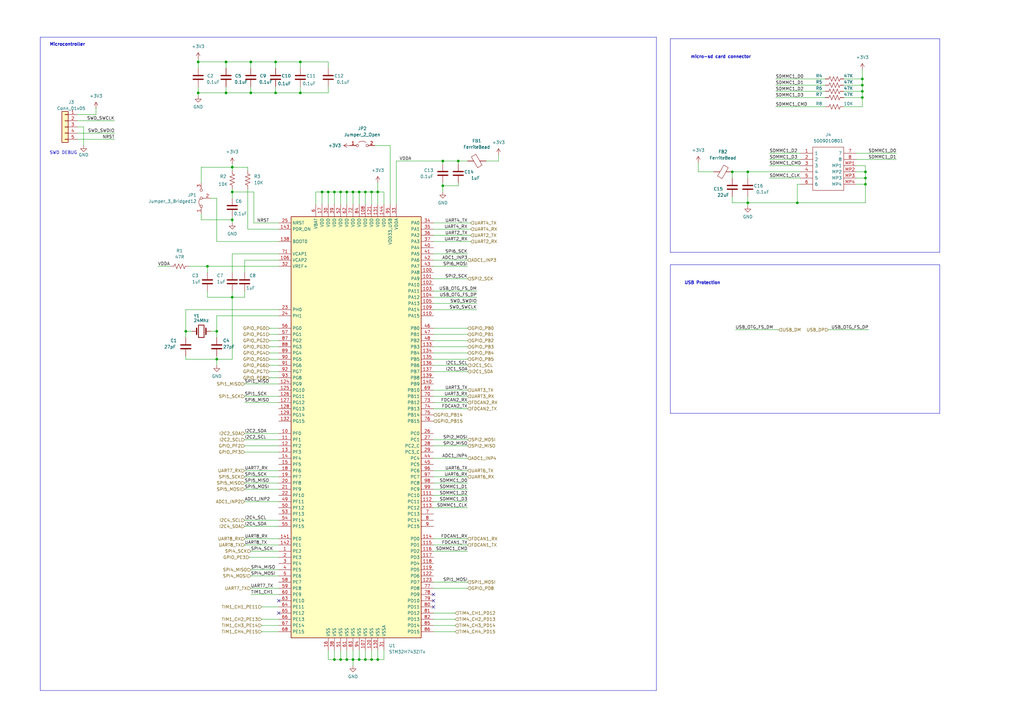
<source format=kicad_sch>
(kicad_sch (version 20230121) (generator eeschema)
  (paper "A3")
  (lib_symbols
    (symbol "Connector_Generic:Conn_01x05" (pin_names (offset 1.016) hide)
      (property "Reference" "J" (at 0 7.62 0))
      (property "Value" "Conn_01x05" (at 0 -7.62 0))
      (symbol "Conn_01x05_1_1"
        (pin passive line (at -5.08 5.08 0) (length 3.81) (name "Pin_1") (number "1"))
        (pin passive line (at -5.08 2.54 0) (length 3.81) (name "Pin_2") (number "2"))
        (pin passive line (at -5.08 0 0) (length 3.81) (name "Pin_3") (number "3"))
        (pin passive line (at -5.08 -2.54 0) (length 3.81) (name "Pin_4") (number "4"))
        (pin passive line (at -5.08 -5.08 0) (length 3.81) (name "Pin_5") (number "5"))
      )
    )
    (symbol "Device:C" (pin_numbers hide) (pin_names (offset 0.254))
      (property "Reference" "C" (at 0.635 2.54 0))
      (property "Value" "C" (at 0.635 -2.54 0))
      (symbol "C_1_1"
        (pin passive line (at 0 3.81 270) (length 2.794) (name "~") (number "1"))
        (pin passive line (at 0 -3.81 90) (length 2.794) (name "~") (number "2"))
      )
    )
    (symbol "Device:Crystal" (pin_numbers hide) (pin_names (offset 1.016) hide)
      (property "Reference" "Y" (at 0 3.81 0))
      (property "Value" "Crystal" (at 0 -3.81 0))
      (symbol "Crystal_1_1"
        (pin passive line (at -3.81 0 0) (length 1.27) (name "1") (number "1"))
        (pin passive line (at 3.81 0 180) (length 1.27) (name "2") (number "2"))
      )
    )
    (symbol "Device:FerriteBead" (pin_numbers hide) (pin_names (offset 0))
      (property "Reference" "FB" (at -3.81 0.635 90))
      (property "Value" "FerriteBead" (at 3.81 0 90))
      (symbol "FerriteBead_1_1"
        (pin passive line (at 0 3.81 270) (length 2.54) (name "~") (number "1"))
        (pin passive line (at 0 -3.81 90) (length 2.54) (name "~") (number "2"))
      )
    )
    (symbol "Device:R_US" (pin_numbers hide) (pin_names (offset 0))
      (property "Reference" "R" (at 2.54 0 90))
      (property "Value" "R_US" (at -2.54 0 90))
      (symbol "R_US_1_1"
        (pin passive line (at 0 3.81 270) (length 1.27) (name "~") (number "1"))
        (pin passive line (at 0 -3.81 90) (length 1.27) (name "~") (number "2"))
      )
    )
    (symbol "Jumper:Jumper_2_Open" (pin_names (offset 0) hide)
      (property "Reference" "JP" (at 0 2.794 0))
      (property "Value" "Jumper_2_Open" (at 0 -2.286 0))
      (symbol "Jumper_2_Open_1_1"
        (pin passive line (at -5.08 0 0) (length 2.54) (name "A") (number "1"))
        (pin passive line (at 5.08 0 180) (length 2.54) (name "B") (number "2"))
      )
    )
    (symbol "Jumper:Jumper_3_Bridged12" (pin_names (offset 0) hide)
      (property "Reference" "JP" (at -2.54 -2.54 0))
      (property "Value" "Jumper_3_Bridged12" (at 0 2.794 0))
      (symbol "Jumper_3_Bridged12_1_1"
        (pin passive line (at -6.35 0 0) (length 2.54) (name "A") (number "1"))
        (pin passive line (at 0 -3.81 90) (length 2.54) (name "C") (number "2"))
        (pin passive line (at 6.35 0 180) (length 2.54) (name "B") (number "3"))
      )
    )
    (symbol "MCU_ST_STM32H7:STM32H743ZITx"
      (property "Reference" "U" (at -27.94 87.63 0))
      (property "Value" "STM32H743ZITx" (at 17.78 87.63 0))
      (symbol "STM32H743ZITx_1_1"
        (pin bidirectional line (at -33.02 -50.8 0) (length 5.08) (name "PE2") (number "1"))
        (pin bidirectional line (at -33.02 -2.54 0) (length 5.08) (name "PF0") (number "10"))
        (pin bidirectional line (at 30.48 63.5 180) (length 5.08) (name "PA8") (number "100"))
        (pin bidirectional line (at 30.48 60.96 180) (length 5.08) (name "PA9") (number "101"))
        (pin bidirectional line (at 30.48 58.42 180) (length 5.08) (name "PA10") (number "102"))
        (pin bidirectional line (at 30.48 55.88 180) (length 5.08) (name "PA11") (number "103"))
        (pin bidirectional line (at 30.48 53.34 180) (length 5.08) (name "PA12") (number "104"))
        (pin bidirectional line (at 30.48 50.8 180) (length 5.08) (name "PA13") (number "105"))
        (pin power_in line (at -33.02 68.58 0) (length 5.08) (name "VCAP2") (number "106"))
        (pin power_in line (at 2.54 -91.44 90) (length 5.08) (name "VSS") (number "107"))
        (pin power_in line (at 2.54 91.44 270) (length 5.08) (name "VDD") (number "108"))
        (pin bidirectional line (at 30.48 48.26 180) (length 5.08) (name "PA14") (number "109"))
        (pin bidirectional line (at -33.02 -5.08 0) (length 5.08) (name "PF1") (number "11"))
        (pin bidirectional line (at 30.48 45.72 180) (length 5.08) (name "PA15") (number "110"))
        (pin bidirectional line (at 30.48 -27.94 180) (length 5.08) (name "PC10") (number "111"))
        (pin bidirectional line (at 30.48 -30.48 180) (length 5.08) (name "PC11") (number "112"))
        (pin bidirectional line (at 30.48 -33.02 180) (length 5.08) (name "PC12") (number "113"))
        (pin bidirectional line (at 30.48 -45.72 180) (length 5.08) (name "PD0") (number "114"))
        (pin bidirectional line (at 30.48 -48.26 180) (length 5.08) (name "PD1") (number "115"))
        (pin bidirectional line (at 30.48 -50.8 180) (length 5.08) (name "PD2") (number "116"))
        (pin bidirectional line (at 30.48 -53.34 180) (length 5.08) (name "PD3") (number "117"))
        (pin bidirectional line (at 30.48 -55.88 180) (length 5.08) (name "PD4") (number "118"))
        (pin bidirectional line (at 30.48 -58.42 180) (length 5.08) (name "PD5") (number "119"))
        (pin bidirectional line (at -33.02 -7.62 0) (length 5.08) (name "PF2") (number "12"))
        (pin power_in line (at 5.08 -91.44 90) (length 5.08) (name "VSS") (number "120"))
        (pin power_in line (at 5.08 91.44 270) (length 5.08) (name "VDD") (number "121"))
        (pin bidirectional line (at 30.48 -60.96 180) (length 5.08) (name "PD6") (number "122"))
        (pin bidirectional line (at 30.48 -63.5 180) (length 5.08) (name "PD7") (number "123"))
        (pin bidirectional line (at -33.02 17.78 0) (length 5.08) (name "PG9") (number "124"))
        (pin bidirectional line (at -33.02 15.24 0) (length 5.08) (name "PG10") (number "125"))
        (pin bidirectional line (at -33.02 12.7 0) (length 5.08) (name "PG11") (number "126"))
        (pin bidirectional line (at -33.02 10.16 0) (length 5.08) (name "PG12") (number "127"))
        (pin bidirectional line (at -33.02 7.62 0) (length 5.08) (name "PG13") (number "128"))
        (pin bidirectional line (at -33.02 5.08 0) (length 5.08) (name "PG14") (number "129"))
        (pin bidirectional line (at -33.02 -10.16 0) (length 5.08) (name "PF3") (number "13"))
        (pin power_in line (at 7.62 -91.44 90) (length 5.08) (name "VSS") (number "130"))
        (pin power_in line (at 7.62 91.44 270) (length 5.08) (name "VDD") (number "131"))
        (pin bidirectional line (at -33.02 2.54 0) (length 5.08) (name "PG15") (number "132"))
        (pin bidirectional line (at 30.48 33.02 180) (length 5.08) (name "PB3") (number "133"))
        (pin bidirectional line (at 30.48 30.48 180) (length 5.08) (name "PB4") (number "134"))
        (pin bidirectional line (at 30.48 27.94 180) (length 5.08) (name "PB5") (number "135"))
        (pin bidirectional line (at 30.48 25.4 180) (length 5.08) (name "PB6") (number "136"))
        (pin bidirectional line (at 30.48 22.86 180) (length 5.08) (name "PB7") (number "137"))
        (pin input line (at -33.02 76.2 0) (length 5.08) (name "BOOT0") (number "138"))
        (pin bidirectional line (at 30.48 20.32 180) (length 5.08) (name "PB8") (number "139"))
        (pin bidirectional line (at -33.02 -12.7 0) (length 5.08) (name "PF4") (number "14"))
        (pin bidirectional line (at 30.48 17.78 180) (length 5.08) (name "PB9") (number "140"))
        (pin bidirectional line (at -33.02 -45.72 0) (length 5.08) (name "PE0") (number "141"))
        (pin bidirectional line (at -33.02 -48.26 0) (length 5.08) (name "PE1") (number "142"))
        (pin input line (at -33.02 81.28 0) (length 5.08) (name "PDR_ON") (number "143"))
        (pin power_in line (at 10.16 91.44 270) (length 5.08) (name "VDD") (number "144"))
        (pin bidirectional line (at -33.02 -15.24 0) (length 5.08) (name "PF5") (number "15"))
        (pin power_in line (at -12.7 -91.44 90) (length 5.08) (name "VSS") (number "16"))
        (pin power_in line (at -15.24 91.44 270) (length 5.08) (name "VDD") (number "17"))
        (pin bidirectional line (at -33.02 -17.78 0) (length 5.08) (name "PF6") (number "18"))
        (pin bidirectional line (at -33.02 -20.32 0) (length 5.08) (name "PF7") (number "19"))
        (pin bidirectional line (at -33.02 -53.34 0) (length 5.08) (name "PE3") (number "2"))
        (pin bidirectional line (at -33.02 -22.86 0) (length 5.08) (name "PF8") (number "20"))
        (pin bidirectional line (at -33.02 -25.4 0) (length 5.08) (name "PF9") (number "21"))
        (pin bidirectional line (at -33.02 -27.94 0) (length 5.08) (name "PF10") (number "22"))
        (pin input line (at -33.02 48.26 0) (length 5.08) (name "PH0") (number "23"))
        (pin input line (at -33.02 45.72 0) (length 5.08) (name "PH1") (number "24"))
        (pin input line (at -33.02 83.82 0) (length 5.08) (name "NRST") (number "25"))
        (pin bidirectional line (at 30.48 -2.54 180) (length 5.08) (name "PC0") (number "26"))
        (pin bidirectional line (at 30.48 -5.08 180) (length 5.08) (name "PC1") (number "27"))
        (pin bidirectional line (at 30.48 -7.62 180) (length 5.08) (name "PC2_C") (number "28"))
        (pin bidirectional line (at 30.48 -10.16 180) (length 5.08) (name "PC3_C") (number "29"))
        (pin bidirectional line (at -33.02 -55.88 0) (length 5.08) (name "PE4") (number "3"))
        (pin power_in line (at -12.7 91.44 270) (length 5.08) (name "VDD") (number "30"))
        (pin power_in line (at 10.16 -91.44 90) (length 5.08) (name "VSSA") (number "31"))
        (pin bidirectional line (at -33.02 66.04 0) (length 5.08) (name "VREF+") (number "32"))
        (pin power_in line (at 15.24 91.44 270) (length 5.08) (name "VDDA") (number "33"))
        (pin bidirectional line (at 30.48 83.82 180) (length 5.08) (name "PA0") (number "34"))
        (pin bidirectional line (at 30.48 81.28 180) (length 5.08) (name "PA1") (number "35"))
        (pin bidirectional line (at 30.48 78.74 180) (length 5.08) (name "PA2") (number "36"))
        (pin bidirectional line (at 30.48 76.2 180) (length 5.08) (name "PA3") (number "37"))
        (pin power_in line (at -10.16 -91.44 90) (length 5.08) (name "VSS") (number "38"))
        (pin power_in line (at -10.16 91.44 270) (length 5.08) (name "VDD") (number "39"))
        (pin bidirectional line (at -33.02 -58.42 0) (length 5.08) (name "PE5") (number "4"))
        (pin bidirectional line (at 30.48 73.66 180) (length 5.08) (name "PA4") (number "40"))
        (pin bidirectional line (at 30.48 71.12 180) (length 5.08) (name "PA5") (number "41"))
        (pin bidirectional line (at 30.48 68.58 180) (length 5.08) (name "PA6") (number "42"))
        (pin bidirectional line (at 30.48 66.04 180) (length 5.08) (name "PA7") (number "43"))
        (pin bidirectional line (at 30.48 -12.7 180) (length 5.08) (name "PC4") (number "44"))
        (pin bidirectional line (at 30.48 -15.24 180) (length 5.08) (name "PC5") (number "45"))
        (pin bidirectional line (at 30.48 40.64 180) (length 5.08) (name "PB0") (number "46"))
        (pin bidirectional line (at 30.48 38.1 180) (length 5.08) (name "PB1") (number "47"))
        (pin bidirectional line (at 30.48 35.56 180) (length 5.08) (name "PB2") (number "48"))
        (pin bidirectional line (at -33.02 -30.48 0) (length 5.08) (name "PF11") (number "49"))
        (pin bidirectional line (at -33.02 -60.96 0) (length 5.08) (name "PE6") (number "5"))
        (pin bidirectional line (at -33.02 -33.02 0) (length 5.08) (name "PF12") (number "50"))
        (pin power_in line (at -7.62 -91.44 90) (length 5.08) (name "VSS") (number "51"))
        (pin power_in line (at -7.62 91.44 270) (length 5.08) (name "VDD") (number "52"))
        (pin bidirectional line (at -33.02 -35.56 0) (length 5.08) (name "PF13") (number "53"))
        (pin bidirectional line (at -33.02 -38.1 0) (length 5.08) (name "PF14") (number "54"))
        (pin bidirectional line (at -33.02 -40.64 0) (length 5.08) (name "PF15") (number "55"))
        (pin bidirectional line (at -33.02 40.64 0) (length 5.08) (name "PG0") (number "56"))
        (pin bidirectional line (at -33.02 38.1 0) (length 5.08) (name "PG1") (number "57"))
        (pin bidirectional line (at -33.02 -63.5 0) (length 5.08) (name "PE7") (number "58"))
        (pin bidirectional line (at -33.02 -66.04 0) (length 5.08) (name "PE8") (number "59"))
        (pin power_in line (at -17.78 91.44 270) (length 5.08) (name "VBAT") (number "6"))
        (pin bidirectional line (at -33.02 -68.58 0) (length 5.08) (name "PE9") (number "60"))
        (pin power_in line (at -5.08 -91.44 90) (length 5.08) (name "VSS") (number "61"))
        (pin power_in line (at -5.08 91.44 270) (length 5.08) (name "VDD") (number "62"))
        (pin bidirectional line (at -33.02 -71.12 0) (length 5.08) (name "PE10") (number "63"))
        (pin bidirectional line (at -33.02 -73.66 0) (length 5.08) (name "PE11") (number "64"))
        (pin bidirectional line (at -33.02 -76.2 0) (length 5.08) (name "PE12") (number "65"))
        (pin bidirectional line (at -33.02 -78.74 0) (length 5.08) (name "PE13") (number "66"))
        (pin bidirectional line (at -33.02 -81.28 0) (length 5.08) (name "PE14") (number "67"))
        (pin bidirectional line (at -33.02 -83.82 0) (length 5.08) (name "PE15") (number "68"))
        (pin bidirectional line (at 30.48 15.24 180) (length 5.08) (name "PB10") (number "69"))
        (pin bidirectional line (at 30.48 -35.56 180) (length 5.08) (name "PC13") (number "7"))
        (pin bidirectional line (at 30.48 12.7 180) (length 5.08) (name "PB11") (number "70"))
        (pin power_in line (at -33.02 71.12 0) (length 5.08) (name "VCAP1") (number "71"))
        (pin power_in line (at -2.54 91.44 270) (length 5.08) (name "VDD") (number "72"))
        (pin bidirectional line (at 30.48 10.16 180) (length 5.08) (name "PB12") (number "73"))
        (pin bidirectional line (at 30.48 7.62 180) (length 5.08) (name "PB13") (number "74"))
        (pin bidirectional line (at 30.48 5.08 180) (length 5.08) (name "PB14") (number "75"))
        (pin bidirectional line (at 30.48 2.54 180) (length 5.08) (name "PB15") (number "76"))
        (pin bidirectional line (at 30.48 -66.04 180) (length 5.08) (name "PD8") (number "77"))
        (pin bidirectional line (at 30.48 -68.58 180) (length 5.08) (name "PD9") (number "78"))
        (pin bidirectional line (at 30.48 -71.12 180) (length 5.08) (name "PD10") (number "79"))
        (pin bidirectional line (at 30.48 -38.1 180) (length 5.08) (name "PC14") (number "8"))
        (pin bidirectional line (at 30.48 -73.66 180) (length 5.08) (name "PD11") (number "80"))
        (pin bidirectional line (at 30.48 -76.2 180) (length 5.08) (name "PD12") (number "81"))
        (pin bidirectional line (at 30.48 -78.74 180) (length 5.08) (name "PD13") (number "82"))
        (pin power_in line (at -2.54 -91.44 90) (length 5.08) (name "VSS") (number "83"))
        (pin power_in line (at 0 91.44 270) (length 5.08) (name "VDD") (number "84"))
        (pin bidirectional line (at 30.48 -81.28 180) (length 5.08) (name "PD14") (number "85"))
        (pin bidirectional line (at 30.48 -83.82 180) (length 5.08) (name "PD15") (number "86"))
        (pin bidirectional line (at -33.02 35.56 0) (length 5.08) (name "PG2") (number "87"))
        (pin bidirectional line (at -33.02 33.02 0) (length 5.08) (name "PG3") (number "88"))
        (pin bidirectional line (at -33.02 30.48 0) (length 5.08) (name "PG4") (number "89"))
        (pin bidirectional line (at 30.48 -40.64 180) (length 5.08) (name "PC15") (number "9"))
        (pin bidirectional line (at -33.02 27.94 0) (length 5.08) (name "PG5") (number "90"))
        (pin bidirectional line (at -33.02 25.4 0) (length 5.08) (name "PG6") (number "91"))
        (pin bidirectional line (at -33.02 22.86 0) (length 5.08) (name "PG7") (number "92"))
        (pin bidirectional line (at -33.02 20.32 0) (length 5.08) (name "PG8") (number "93"))
        (pin power_in line (at 0 -91.44 90) (length 5.08) (name "VSS") (number "94"))
        (pin power_in line (at 12.7 91.44 270) (length 5.08) (name "VDD33_USB") (number "95"))
        (pin bidirectional line (at 30.48 -17.78 180) (length 5.08) (name "PC6") (number "96"))
        (pin bidirectional line (at 30.48 -20.32 180) (length 5.08) (name "PC7") (number "97"))
        (pin bidirectional line (at 30.48 -22.86 180) (length 5.08) (name "PC8") (number "98"))
        (pin bidirectional line (at 30.48 -25.4 180) (length 5.08) (name "PC9") (number "99"))
      )
    )
    (symbol "power:+3.3V" (power) (pin_names (offset 0))
      (property "Value" "+3.3V" (at 0 3.556 0))
      (symbol "+3.3V_1_1"
        (pin power_in line (at 0 0 90) (length 0) hide (name "+3V3") (number "1"))
      )
    )
    (symbol "power:GND" (power) (pin_names (offset 0))
      (property "Value" "GND" (at 0 -3.81 0))
      (symbol "GND_1_1"
        (pin power_in line (at 0 0 270) (length 0) hide (name "GND") (number "1"))
      )
    )
    (symbol "sdcard:5009010801" (pin_names (offset 0.762))
      (property "Reference" "J" (at 19.05 7.62 0))
      (property "Value" "5009010801" (at 19.05 5.08 0))
      (symbol "5009010801_0_0"
        (pin passive line (at 0 0 0) (length 5.08) (name "1") (number "1"))
        (pin passive line (at 0 -2.54 0) (length 5.08) (name "2") (number "2"))
        (pin passive line (at 0 -5.08 0) (length 5.08) (name "3") (number "3"))
        (pin passive line (at 0 -7.62 0) (length 5.08) (name "4") (number "4"))
        (pin passive line (at 0 -10.16 0) (length 5.08) (name "5") (number "5"))
        (pin passive line (at 0 -12.7 0) (length 5.08) (name "6") (number "6"))
        (pin passive line (at 22.86 0 180) (length 5.08) (name "7") (number "7"))
        (pin passive line (at 22.86 -2.54 180) (length 5.08) (name "8") (number "8"))
        (pin passive line (at 22.86 -5.08 180) (length 5.08) (name "MP1") (number "MP1"))
        (pin passive line (at 22.86 -7.62 180) (length 5.08) (name "MP2") (number "MP2"))
        (pin passive line (at 22.86 -10.16 180) (length 5.08) (name "MP3") (number "MP3"))
        (pin passive line (at 22.86 -12.7 180) (length 5.08) (name "MP4") (number "MP4"))
      )
    )
  )
  (junction (at 187.96 66.04))
  (junction (at 85.09 109.22))
  (junction (at 137.16 270.51))
  (junction (at 154.94 270.51))
  (junction (at 149.86 270.51))
  (junction (at 152.4 270.51))
  (junction (at 132.08 78.74))
  (junction (at 306.705 83.185))
  (junction (at 147.32 270.51))
  (junction (at 353.695 32.385))
  (junction (at 181.61 76.2))
  (junction (at 81.28 25.4))
  (junction (at 354.965 70.485))
  (junction (at 95.25 90.17))
  (junction (at 137.16 78.74))
  (junction (at 139.7 270.51))
  (junction (at 142.24 78.74))
  (junction (at 123.19 25.4))
  (junction (at 306.705 70.485))
  (junction (at 102.87 38.1))
  (junction (at 147.32 78.74))
  (junction (at 142.24 270.51))
  (junction (at 300.355 70.485))
  (junction (at 102.87 25.4))
  (junction (at 354.965 73.025))
  (junction (at 88.9 147.32))
  (junction (at 81.28 38.1))
  (junction (at 353.695 34.925))
  (junction (at 154.94 78.74))
  (junction (at 354.965 75.565))
  (junction (at 88.9 135.89))
  (junction (at 95.25 121.92))
  (junction (at 113.03 38.1))
  (junction (at 353.695 37.465))
  (junction (at 181.61 66.04))
  (junction (at 327.025 83.185))
  (junction (at 139.7 78.74))
  (junction (at 113.03 25.4))
  (junction (at 149.86 78.74))
  (junction (at 76.2 135.89))
  (junction (at 95.25 68.58))
  (junction (at 144.78 78.74))
  (junction (at 134.62 78.74))
  (junction (at 95.25 78.74))
  (junction (at 92.71 38.1))
  (junction (at 144.78 270.51))
  (junction (at 123.19 38.1))
  (junction (at 353.695 40.005))
  (junction (at 92.71 25.4))
  (junction (at 152.4 78.74))
  (no_connect (at 114.3 251.46))
  (no_connect (at 114.3 246.38))
  (no_connect (at 177.8 243.84))
  (no_connect (at 177.8 246.38))
  (no_connect (at 177.8 248.92))
  (wire (pts (xy 102.87 241.3) (xy 114.3 241.3)))
  (polyline (pts (xy 16.51 16.51) (xy 16.51 283.21)))
  (polyline (pts (xy 385.445 15.875) (xy 385.445 103.505)))
  (wire (pts (xy 81.28 24.13) (xy 81.28 25.4)))
  (polyline (pts (xy 269.24 15.24) (xy 16.51 15.24)))
  (wire (pts (xy 95.25 78.74) (xy 104.14 78.74)))
  (wire (pts (xy 177.8 256.54) (xy 186.69 256.54)))
  (wire (pts (xy 134.62 78.74) (xy 137.16 78.74)))
  (polyline (pts (xy 274.955 15.875) (xy 274.955 103.505)))
  (wire (pts (xy 102.87 25.4) (xy 102.87 27.94)))
  (wire (pts (xy 354.965 70.485) (xy 354.965 73.025)))
  (wire (pts (xy 100.33 198.12) (xy 114.3 198.12)))
  (wire (pts (xy 110.49 152.4) (xy 114.3 152.4)))
  (wire (pts (xy 300.355 70.485) (xy 300.355 73.025)))
  (wire (pts (xy 306.705 70.485) (xy 306.705 73.025)))
  (wire (pts (xy 81.28 35.56) (xy 81.28 38.1)))
  (wire (pts (xy 177.8 193.04) (xy 191.77 193.04)))
  (wire (pts (xy 110.49 147.32) (xy 114.3 147.32)))
  (wire (pts (xy 100.33 193.04) (xy 114.3 193.04)))
  (wire (pts (xy 187.96 76.2) (xy 181.61 76.2)))
  (wire (pts (xy 81.28 25.4) (xy 92.71 25.4)))
  (wire (pts (xy 142.24 266.7) (xy 142.24 270.51)))
  (wire (pts (xy 92.71 38.1) (xy 102.87 38.1)))
  (wire (pts (xy 85.09 109.22) (xy 114.3 109.22)))
  (wire (pts (xy 95.25 68.58) (xy 101.6 68.58)))
  (wire (pts (xy 181.61 66.04) (xy 181.61 67.31)))
  (wire (pts (xy 107.315 256.54) (xy 114.3 256.54)))
  (wire (pts (xy 149.86 78.74) (xy 152.4 78.74)))
  (wire (pts (xy 346.075 43.815) (xy 353.695 43.815)))
  (wire (pts (xy 300.355 80.645) (xy 300.355 83.185)))
  (wire (pts (xy 142.24 270.51) (xy 144.78 270.51)))
  (wire (pts (xy 177.8 182.88) (xy 191.77 182.88)))
  (wire (pts (xy 137.16 270.51) (xy 139.7 270.51)))
  (wire (pts (xy 95.25 68.58) (xy 95.25 69.85)))
  (wire (pts (xy 177.8 200.66) (xy 191.77 200.66)))
  (polyline (pts (xy 274.955 169.545) (xy 385.445 169.545)))
  (wire (pts (xy 113.03 25.4) (xy 113.03 27.94)))
  (wire (pts (xy 88.9 147.32) (xy 88.9 146.05)))
  (wire (pts (xy 114.3 106.68) (xy 100.33 106.68)))
  (wire (pts (xy 318.135 40.005) (xy 338.455 40.005)))
  (wire (pts (xy 177.8 198.12) (xy 191.77 198.12)))
  (wire (pts (xy 132.08 78.74) (xy 134.62 78.74)))
  (wire (pts (xy 177.8 114.3) (xy 191.77 114.3)))
  (polyline (pts (xy 274.955 108.585) (xy 274.955 169.545)))
  (wire (pts (xy 88.9 81.28) (xy 88.9 99.06)))
  (wire (pts (xy 100.33 182.88) (xy 114.3 182.88)))
  (wire (pts (xy 346.075 34.925) (xy 353.695 34.925)))
  (wire (pts (xy 76.2 135.89) (xy 78.74 135.89)))
  (wire (pts (xy 95.25 147.32) (xy 88.9 147.32)))
  (wire (pts (xy 177.8 149.86) (xy 191.77 149.86)))
  (wire (pts (xy 177.8 121.92) (xy 195.58 121.92)))
  (wire (pts (xy 318.135 43.815) (xy 338.455 43.815)))
  (wire (pts (xy 110.49 139.7) (xy 114.3 139.7)))
  (wire (pts (xy 177.8 251.46) (xy 186.69 251.46)))
  (wire (pts (xy 318.135 32.385) (xy 338.455 32.385)))
  (wire (pts (xy 110.49 154.94) (xy 114.3 154.94)))
  (wire (pts (xy 160.02 59.69) (xy 160.02 83.82)))
  (wire (pts (xy 100.33 121.92) (xy 100.33 119.38)))
  (wire (pts (xy 107.315 254) (xy 114.3 254)))
  (wire (pts (xy 318.135 34.925) (xy 338.455 34.925)))
  (wire (pts (xy 95.25 121.92) (xy 100.33 121.92)))
  (wire (pts (xy 177.8 208.28) (xy 191.77 208.28)))
  (wire (pts (xy 339.725 135.255) (xy 356.235 135.255)))
  (wire (pts (xy 85.09 121.92) (xy 95.25 121.92)))
  (wire (pts (xy 177.8 195.58) (xy 191.77 195.58)))
  (wire (pts (xy 144.78 270.51) (xy 144.78 273.05)))
  (wire (pts (xy 149.86 78.74) (xy 149.86 83.82)))
  (wire (pts (xy 177.8 93.98) (xy 193.04 93.98)))
  (wire (pts (xy 31.75 52.07) (xy 34.29 52.07)))
  (wire (pts (xy 110.49 144.78) (xy 114.3 144.78)))
  (wire (pts (xy 137.16 78.74) (xy 137.16 83.82)))
  (wire (pts (xy 100.33 205.74) (xy 114.3 205.74)))
  (wire (pts (xy 306.705 70.485) (xy 328.295 70.485)))
  (wire (pts (xy 177.8 205.74) (xy 191.77 205.74)))
  (wire (pts (xy 191.77 137.16) (xy 177.8 137.16)))
  (wire (pts (xy 354.965 75.565) (xy 354.965 83.185)))
  (wire (pts (xy 300.355 83.185) (xy 306.705 83.185)))
  (wire (pts (xy 353.695 34.925) (xy 353.695 32.385)))
  (wire (pts (xy 351.155 65.405) (xy 367.665 65.405)))
  (wire (pts (xy 100.33 180.34) (xy 114.3 180.34)))
  (wire (pts (xy 177.8 99.06) (xy 193.04 99.06)))
  (wire (pts (xy 152.4 78.74) (xy 152.4 83.82)))
  (wire (pts (xy 177.8 109.22) (xy 191.77 109.22)))
  (wire (pts (xy 100.33 162.56) (xy 114.3 162.56)))
  (wire (pts (xy 132.08 83.82) (xy 132.08 78.74)))
  (wire (pts (xy 101.6 68.58) (xy 101.6 69.85)))
  (wire (pts (xy 95.25 121.92) (xy 95.25 147.32)))
  (polyline (pts (xy 16.51 283.21) (xy 269.24 283.21)))
  (wire (pts (xy 95.25 78.74) (xy 95.25 81.28)))
  (wire (pts (xy 100.33 157.48) (xy 114.3 157.48)))
  (wire (pts (xy 81.28 38.1) (xy 81.28 39.37)))
  (wire (pts (xy 318.135 37.465) (xy 338.455 37.465)))
  (wire (pts (xy 102.87 38.1) (xy 113.03 38.1)))
  (wire (pts (xy 157.48 270.51) (xy 157.48 266.7)))
  (wire (pts (xy 306.705 80.645) (xy 306.705 83.185)))
  (wire (pts (xy 177.8 124.46) (xy 195.58 124.46)))
  (wire (pts (xy 100.33 213.36) (xy 114.3 213.36)))
  (wire (pts (xy 102.87 25.4) (xy 113.03 25.4)))
  (polyline (pts (xy 269.24 283.21) (xy 269.24 15.24)))
  (wire (pts (xy 301.625 135.255) (xy 319.405 135.255)))
  (wire (pts (xy 157.48 78.74) (xy 157.48 83.82)))
  (wire (pts (xy 88.9 135.89) (xy 88.9 138.43)))
  (wire (pts (xy 191.77 142.24) (xy 177.8 142.24)))
  (wire (pts (xy 95.25 104.14) (xy 95.25 111.76)))
  (wire (pts (xy 351.155 70.485) (xy 354.965 70.485)))
  (wire (pts (xy 31.75 54.61) (xy 46.99 54.61)))
  (wire (pts (xy 123.19 35.56) (xy 123.19 38.1)))
  (wire (pts (xy 351.155 62.865) (xy 367.665 62.865)))
  (wire (pts (xy 177.8 259.08) (xy 186.69 259.08)))
  (wire (pts (xy 102.87 236.22) (xy 114.3 236.22)))
  (wire (pts (xy 34.29 52.07) (xy 34.29 59.69)))
  (wire (pts (xy 31.75 46.99) (xy 39.37 46.99)))
  (wire (pts (xy 181.61 76.2) (xy 181.61 74.93)))
  (wire (pts (xy 95.25 68.58) (xy 82.55 68.58)))
  (wire (pts (xy 100.33 215.9) (xy 114.3 215.9)))
  (wire (pts (xy 353.695 40.005) (xy 353.695 37.465)))
  (wire (pts (xy 177.8 187.96) (xy 191.77 187.96)))
  (wire (pts (xy 147.32 78.74) (xy 149.86 78.74)))
  (wire (pts (xy 177.8 96.52) (xy 193.04 96.52)))
  (wire (pts (xy 177.8 160.02) (xy 191.77 160.02)))
  (wire (pts (xy 81.28 38.1) (xy 92.71 38.1)))
  (wire (pts (xy 177.8 165.1) (xy 191.77 165.1)))
  (wire (pts (xy 346.075 32.385) (xy 353.695 32.385)))
  (wire (pts (xy 102.87 35.56) (xy 102.87 38.1)))
  (wire (pts (xy 64.77 109.22) (xy 69.85 109.22)))
  (wire (pts (xy 113.03 38.1) (xy 123.19 38.1)))
  (wire (pts (xy 82.55 90.17) (xy 95.25 90.17)))
  (wire (pts (xy 351.155 73.025) (xy 354.965 73.025)))
  (wire (pts (xy 300.355 70.485) (xy 306.705 70.485)))
  (wire (pts (xy 144.78 270.51) (xy 147.32 270.51)))
  (wire (pts (xy 204.47 66.04) (xy 199.39 66.04)))
  (wire (pts (xy 154.94 270.51) (xy 157.48 270.51)))
  (wire (pts (xy 101.6 77.47) (xy 101.6 93.98)))
  (wire (pts (xy 149.86 270.51) (xy 152.4 270.51)))
  (wire (pts (xy 86.36 135.89) (xy 88.9 135.89)))
  (wire (pts (xy 107.315 248.92) (xy 114.3 248.92)))
  (wire (pts (xy 177.8 152.4) (xy 191.77 152.4)))
  (wire (pts (xy 139.7 78.74) (xy 139.7 83.82)))
  (wire (pts (xy 177.8 104.14) (xy 191.77 104.14)))
  (wire (pts (xy 142.24 78.74) (xy 144.78 78.74)))
  (wire (pts (xy 113.03 35.56) (xy 113.03 38.1)))
  (wire (pts (xy 129.54 78.74) (xy 129.54 83.82)))
  (wire (pts (xy 315.595 67.945) (xy 328.295 67.945)))
  (wire (pts (xy 104.14 78.74) (xy 104.14 91.44)))
  (wire (pts (xy 351.155 67.945) (xy 354.965 67.945)))
  (wire (pts (xy 306.705 83.185) (xy 327.025 83.185)))
  (wire (pts (xy 177.8 223.52) (xy 191.77 223.52)))
  (wire (pts (xy 162.56 66.04) (xy 162.56 83.82)))
  (wire (pts (xy 139.7 266.7) (xy 139.7 270.51)))
  (wire (pts (xy 154.94 266.7) (xy 154.94 270.51)))
  (wire (pts (xy 100.33 220.98) (xy 114.3 220.98)))
  (wire (pts (xy 92.71 25.4) (xy 102.87 25.4)))
  (wire (pts (xy 100.33 177.8) (xy 114.3 177.8)))
  (wire (pts (xy 187.96 66.04) (xy 181.61 66.04)))
  (wire (pts (xy 154.94 74.93) (xy 154.94 78.74)))
  (wire (pts (xy 191.77 139.7) (xy 177.8 139.7)))
  (wire (pts (xy 142.24 78.74) (xy 142.24 83.82)))
  (wire (pts (xy 77.47 109.22) (xy 85.09 109.22)))
  (wire (pts (xy 88.9 129.54) (xy 88.9 135.89)))
  (wire (pts (xy 346.075 40.005) (xy 353.695 40.005)))
  (wire (pts (xy 100.33 185.42) (xy 114.3 185.42)))
  (wire (pts (xy 152.4 270.51) (xy 154.94 270.51)))
  (wire (pts (xy 177.8 220.98) (xy 191.77 220.98)))
  (wire (pts (xy 177.8 203.2) (xy 191.77 203.2)))
  (wire (pts (xy 177.8 180.34) (xy 191.77 180.34)))
  (wire (pts (xy 353.695 37.465) (xy 353.695 34.925)))
  (wire (pts (xy 123.19 25.4) (xy 134.62 25.4)))
  (wire (pts (xy 76.2 135.89) (xy 76.2 138.43)))
  (wire (pts (xy 187.96 74.93) (xy 187.96 76.2)))
  (wire (pts (xy 177.8 238.76) (xy 191.77 238.76)))
  (wire (pts (xy 102.87 243.84) (xy 114.3 243.84)))
  (wire (pts (xy 132.08 78.74) (xy 129.54 78.74)))
  (wire (pts (xy 144.78 78.74) (xy 144.78 83.82)))
  (wire (pts (xy 102.235 228.6) (xy 114.3 228.6)))
  (wire (pts (xy 134.62 266.7) (xy 134.62 270.51)))
  (wire (pts (xy 102.87 233.68) (xy 114.3 233.68)))
  (wire (pts (xy 76.2 147.32) (xy 88.9 147.32)))
  (wire (pts (xy 114.3 127) (xy 76.2 127)))
  (wire (pts (xy 315.595 65.405) (xy 328.295 65.405)))
  (wire (pts (xy 76.2 146.05) (xy 76.2 147.32)))
  (wire (pts (xy 113.03 25.4) (xy 123.19 25.4)))
  (wire (pts (xy 134.62 270.51) (xy 137.16 270.51)))
  (wire (pts (xy 114.3 129.54) (xy 88.9 129.54)))
  (wire (pts (xy 88.9 147.32) (xy 88.9 149.86)))
  (wire (pts (xy 104.14 91.44) (xy 114.3 91.44)))
  (wire (pts (xy 123.19 25.4) (xy 123.19 27.94)))
  (wire (pts (xy 82.55 87.63) (xy 82.55 90.17)))
  (wire (pts (xy 134.62 78.74) (xy 134.62 83.82)))
  (wire (pts (xy 81.28 25.4) (xy 81.28 27.94)))
  (wire (pts (xy 144.78 78.74) (xy 147.32 78.74)))
  (wire (pts (xy 107.315 259.08) (xy 114.3 259.08)))
  (wire (pts (xy 139.7 78.74) (xy 142.24 78.74)))
  (wire (pts (xy 139.7 270.51) (xy 142.24 270.51)))
  (wire (pts (xy 95.25 67.31) (xy 95.25 68.58)))
  (wire (pts (xy 152.4 78.74) (xy 154.94 78.74)))
  (wire (pts (xy 177.8 162.56) (xy 191.77 162.56)))
  (wire (pts (xy 286.385 66.675) (xy 286.385 70.485)))
  (wire (pts (xy 204.47 63.5) (xy 204.47 66.04)))
  (wire (pts (xy 85.09 109.22) (xy 85.09 111.76)))
  (wire (pts (xy 328.295 75.565) (xy 327.025 75.565)))
  (wire (pts (xy 100.33 106.68) (xy 100.33 111.76)))
  (wire (pts (xy 95.25 88.9) (xy 95.25 90.17)))
  (wire (pts (xy 144.78 266.7) (xy 144.78 270.51)))
  (wire (pts (xy 110.49 149.86) (xy 114.3 149.86)))
  (wire (pts (xy 147.32 78.74) (xy 147.32 83.82)))
  (wire (pts (xy 110.49 134.62) (xy 114.3 134.62)))
  (wire (pts (xy 114.3 104.14) (xy 95.25 104.14)))
  (wire (pts (xy 191.77 144.78) (xy 177.8 144.78)))
  (wire (pts (xy 177.8 226.06) (xy 191.77 226.06)))
  (wire (pts (xy 181.61 76.2) (xy 181.61 78.74)))
  (wire (pts (xy 152.4 266.7) (xy 152.4 270.51)))
  (wire (pts (xy 92.71 25.4) (xy 92.71 27.94)))
  (wire (pts (xy 153.67 59.69) (xy 160.02 59.69)))
  (wire (pts (xy 110.49 142.24) (xy 114.3 142.24)))
  (wire (pts (xy 110.49 137.16) (xy 114.3 137.16)))
  (wire (pts (xy 31.75 57.15) (xy 46.99 57.15)))
  (wire (pts (xy 137.16 78.74) (xy 139.7 78.74)))
  (polyline (pts (xy 16.51 15.24) (xy 16.51 16.51)))
  (wire (pts (xy 88.9 99.06) (xy 114.3 99.06)))
  (wire (pts (xy 102.87 226.06) (xy 114.3 226.06)))
  (wire (pts (xy 177.8 254) (xy 186.69 254)))
  (wire (pts (xy 354.965 67.945) (xy 354.965 70.485)))
  (polyline (pts (xy 385.445 103.505) (xy 274.955 103.505)))
  (wire (pts (xy 100.33 223.52) (xy 114.3 223.52)))
  (wire (pts (xy 353.695 43.815) (xy 353.695 40.005)))
  (wire (pts (xy 191.77 147.32) (xy 177.8 147.32)))
  (wire (pts (xy 95.25 77.47) (xy 95.25 78.74)))
  (wire (pts (xy 82.55 68.58) (xy 82.55 74.93)))
  (wire (pts (xy 177.8 167.64) (xy 191.77 167.64)))
  (wire (pts (xy 177.8 127) (xy 195.58 127)))
  (wire (pts (xy 95.25 119.38) (xy 95.25 121.92)))
  (wire (pts (xy 191.77 66.04) (xy 187.96 66.04)))
  (wire (pts (xy 306.705 83.185) (xy 306.705 84.455)))
  (wire (pts (xy 147.32 270.51) (xy 149.86 270.51)))
  (wire (pts (xy 149.86 266.7) (xy 149.86 270.51)))
  (wire (pts (xy 39.37 46.99) (xy 39.37 44.45)))
  (polyline (pts (xy 274.955 108.585) (xy 385.445 108.585)))
  (wire (pts (xy 154.94 78.74) (xy 154.94 83.82)))
  (wire (pts (xy 354.965 83.185) (xy 327.025 83.185)))
  (wire (pts (xy 31.75 49.53) (xy 46.99 49.53)))
  (wire (pts (xy 92.71 35.56) (xy 92.71 38.1)))
  (wire (pts (xy 353.695 28.575) (xy 353.695 32.385)))
  (wire (pts (xy 181.61 66.04) (xy 162.56 66.04)))
  (wire (pts (xy 346.075 37.465) (xy 353.695 37.465)))
  (wire (pts (xy 100.33 195.58) (xy 114.3 195.58)))
  (wire (pts (xy 292.735 70.485) (xy 286.385 70.485)))
  (wire (pts (xy 86.36 81.28) (xy 88.9 81.28)))
  (wire (pts (xy 154.94 78.74) (xy 157.48 78.74)))
  (wire (pts (xy 100.33 165.1) (xy 114.3 165.1)))
  (wire (pts (xy 95.25 90.17) (xy 95.25 91.44)))
  (wire (pts (xy 177.8 119.38) (xy 195.58 119.38)))
  (wire (pts (xy 101.6 93.98) (xy 114.3 93.98)))
  (wire (pts (xy 123.19 38.1) (xy 134.62 38.1)))
  (polyline (pts (xy 385.445 169.545) (xy 385.445 108.585)))
  (polyline (pts (xy 274.955 15.875) (xy 385.445 15.875)))
  (wire (pts (xy 191.77 134.62) (xy 177.8 134.62)))
  (wire (pts (xy 351.155 75.565) (xy 354.965 75.565)))
  (wire (pts (xy 134.62 25.4) (xy 134.62 27.94)))
  (wire (pts (xy 147.32 266.7) (xy 147.32 270.51)))
  (wire (pts (xy 177.8 91.44) (xy 193.04 91.44)))
  (wire (pts (xy 177.8 241.3) (xy 191.77 241.3)))
  (wire (pts (xy 100.33 200.66) (xy 114.3 200.66)))
  (wire (pts (xy 76.2 127) (xy 76.2 135.89)))
  (wire (pts (xy 187.96 66.04) (xy 187.96 67.31)))
  (wire (pts (xy 315.595 73.025) (xy 328.295 73.025)))
  (wire (pts (xy 85.09 119.38) (xy 85.09 121.92)))
  (wire (pts (xy 177.8 106.68) (xy 191.77 106.68)))
  (wire (pts (xy 137.16 266.7) (xy 137.16 270.51)))
  (wire (pts (xy 354.965 73.025) (xy 354.965 75.565)))
  (wire (pts (xy 134.62 38.1) (xy 134.62 35.56)))
  (wire (pts (xy 327.025 75.565) (xy 327.025 83.185)))
  (wire (pts (xy 315.595 62.865) (xy 328.295 62.865)))
  (text "micro-sd card connector" (at 283.21 24.13 0) (effects (font (size 1.27 1.27) (thickness 0.254) bold) (justify left bottom)))
  (text "SWD DEBUG" (at 20.32 63.5 0) (effects (font (size 1.27 1.27)) (justify left bottom)))
  (text "Microcontroller" (at 20.32 19.05 0) (effects (font (size 1.27 1.27) (thickness 0.254) bold) (justify left bottom)))
  (text "USB Protection" (at 280.67 116.84 0) (effects (font (size 1.27 1.27) (thickness 0.254) bold) (justify left bottom)))
  (label "SDMMC1_D3" (at 315.595 65.405 0))
  (label "USB_OTG_FS_DP" (at 195.58 121.92 180))
  (label "VDDA" (at 163.83 66.04 0))
  (label "SPI5_MISO" (at 100.33 198.12 0))
  (label "SPI6_MOSI" (at 191.77 109.22 180))
  (label "SPI1_MOSI" (at 191.77 238.76 180))
  (label "SDMMC1_D2" (at 315.595 62.865 0))
  (label "SPI1_MISO" (at 100.33 157.48 0))
  (label "SPI2_MOSI" (at 191.77 180.34 180))
  (label "ADC1_INP4" (at 191.77 187.96 180))
  (label "I2C2_SCL" (at 100.33 180.34 0))
  (label "SDMMC1_CMD" (at 315.595 67.945 0))
  (label "I2C1_SCL" (at 191.77 149.86 180))
  (label "SPI6_MISO" (at 100.33 165.1 0))
  (label "UART6_TX" (at 191.77 193.04 180))
  (label "SWD_SWDIO" (at 46.99 54.61 180))
  (label "I2C4_SDA" (at 100.33 215.9 0))
  (label "USB_OTG_FS_DM" (at 301.625 135.255 0))
  (label "SDMMC1_D1" (at 191.77 200.66 180))
  (label "SWD_SWCLK" (at 46.99 49.53 180))
  (label "SPI6_SCK" (at 191.77 104.14 180))
  (label "SPI5_MOSI" (at 100.33 200.66 0))
  (label "SPI2_SCK" (at 191.77 114.3 180))
  (label "ADC1_INP3" (at 191.77 106.68 180))
  (label "FDCAN1_RX" (at 191.77 220.98 180))
  (label "SPI4_SCK" (at 102.87 226.06 0))
  (label "SDMMC1_CLK" (at 315.595 73.025 0))
  (label "UART8_TX" (at 100.33 223.52 0))
  (label "UART4_RX" (at 191.77 93.98 180))
  (label "UART3_TX" (at 191.77 160.02 180))
  (label "UART7_TX" (at 102.87 241.3 0))
  (label "SPI1_SCK" (at 100.33 162.56 0))
  (label "SDMMC1_CMD" (at 191.77 226.06 180))
  (label "TIM1_CH1" (at 102.87 243.84 0))
  (label "UART2_TX" (at 191.77 96.52 180))
  (label "UART2_RX" (at 191.77 99.06 180))
  (label "SPI4_MISO" (at 102.87 233.68 0))
  (label "SDMMC1_D3" (at 318.135 40.005 0))
  (label "SWD_SWDIO" (at 195.58 124.46 180))
  (label "FDCAN2_TX" (at 191.77 167.64 180))
  (label "UART3_RX" (at 191.77 162.56 180))
  (label "UART7_RX" (at 100.33 193.04 0))
  (label "UART6_RX" (at 191.77 195.58 180))
  (label "SPI4_MOSI" (at 102.87 236.22 0))
  (label "I2C1_SDA" (at 191.77 152.4 180))
  (label "I2C4_SCL" (at 100.33 213.36 0))
  (label "SDMMC1_D2" (at 191.77 203.2 180))
  (label "SPI2_MISO" (at 191.77 182.88 180))
  (label "NRST" (at 105.41 91.44 0))
  (label "I2C2_SDA" (at 100.33 177.8 0))
  (label "SDMMC1_D0" (at 367.665 62.865 180))
  (label "NRST" (at 46.99 57.15 180))
  (label "SDMMC1_CLK" (at 191.77 208.28 180))
  (label "SDMMC1_D0" (at 191.77 198.12 180))
  (label "SDMMC1_D1" (at 318.135 34.925 0))
  (label "SDMMC1_D0" (at 318.135 32.385 0))
  (label "UART8_RX" (at 100.33 220.98 0))
  (label "SDMMC1_CMD" (at 318.135 43.815 0))
  (label "UART4_TX" (at 191.77 91.44 180))
  (label "FDCAN2_RX" (at 191.77 165.1 180))
  (label "FDCAN1_TX" (at 191.77 223.52 180))
  (label "ADC1_INP2" (at 100.33 205.74 0))
  (label "SDMMC1_D2" (at 318.135 37.465 0))
  (label "SDMMC1_D1" (at 367.665 65.405 180))
  (label "SWD_SWCLK" (at 195.58 127 180))
  (label "SDMMC1_D3" (at 191.77 205.74 180))
  (label "VDDA" (at 64.77 109.22 0))
  (label "USB_OTG_FS_DM" (at 195.58 119.38 180))
  (label "USB_OTG_FS_DP" (at 356.235 135.255 180))
  (label "SPI5_SCK" (at 100.33 195.58 0))
  (hierarchical_label "TIM1_CH2_PE13" (shape input) (at 107.315 254 180))
  (hierarchical_label "USB_DM" (shape input) (at 319.405 135.255 0))
  (hierarchical_label "SPI1_MISO" (shape input) (at 100.33 157.48 180))
  (hierarchical_label "FDCAN2_RX" (shape input) (at 191.77 165.1 0))
  (hierarchical_label "TIM4_CH4_PD15" (shape input) (at 186.69 259.08 0))
  (hierarchical_label "GPIO_PB14" (shape input) (at 177.8 170.18 0))
  (hierarchical_label "GPIO_PF3" (shape input) (at 100.33 185.42 180))
  (hierarchical_label "GPIO_PG2" (shape input) (at 110.49 139.7 180))
  (hierarchical_label "GPIO_PG7" (shape input) (at 110.49 152.4 180))
  (hierarchical_label "TIM1_CH1_PE11" (shape input) (at 107.315 248.92 180))
  (hierarchical_label "UART6_TX" (shape input) (at 191.77 193.04 0))
  (hierarchical_label "GPIO_PG8" (shape input) (at 110.49 154.94 180))
  (hierarchical_label "GPIO_PF2" (shape input) (at 100.33 182.88 180))
  (hierarchical_label "SPI5_SCK" (shape input) (at 100.33 195.58 180))
  (hierarchical_label "TIM4_CH2_PD13" (shape input) (at 186.69 254 0))
  (hierarchical_label "FDCAN2_TX" (shape input) (at 191.77 167.64 0))
  (hierarchical_label "TIM4_CH1_PD12" (shape input) (at 186.69 251.46 0))
  (hierarchical_label "SPI4_MISO" (shape input) (at 102.87 233.68 180))
  (hierarchical_label "GPIO_PB15" (shape input) (at 177.8 172.72 0))
  (hierarchical_label "GPIO_PG5" (shape input) (at 110.49 147.32 180))
  (hierarchical_label "ADC1_INP2" (shape input) (at 100.33 205.74 180))
  (hierarchical_label "SPI5_MOSI" (shape input) (at 100.33 200.66 180))
  (hierarchical_label "TIM1_CH3_PE14" (shape input) (at 107.315 256.54 180))
  (hierarchical_label "GPIO_PG0" (shape input) (at 110.49 134.62 180))
  (hierarchical_label "UART7_TX" (shape input) (at 102.87 241.3 180))
  (hierarchical_label "I2C1_SCL" (shape input) (at 191.77 149.86 0))
  (hierarchical_label "USB_DP" (shape input) (at 339.725 135.255 180))
  (hierarchical_label "UART3_RX" (shape input) (at 191.77 162.56 0))
  (hierarchical_label "UART8_RX" (shape input) (at 100.33 220.98 180))
  (hierarchical_label "UART3_TX" (shape input) (at 191.77 160.02 0))
  (hierarchical_label "SPI5_MISO" (shape input) (at 100.33 198.12 180))
  (hierarchical_label "GPIO_PG4" (shape input) (at 110.49 144.78 180))
  (hierarchical_label "SPI2_SCK" (shape input) (at 191.77 114.3 0))
  (hierarchical_label "GPIO_PG1" (shape input) (at 110.49 137.16 180))
  (hierarchical_label "UART2_TX" (shape input) (at 193.04 96.52 0))
  (hierarchical_label "GPIO_PE3" (shape input) (at 102.235 228.6 180))
  (hierarchical_label "UART4_RX" (shape input) (at 193.04 93.98 0))
  (hierarchical_label "UART2_RX" (shape input) (at 193.04 99.06 0))
  (hierarchical_label "FDCAN1_TX" (shape input) (at 191.77 223.52 0))
  (hierarchical_label "FDCAN1_RX" (shape input) (at 191.77 220.98 0))
  (hierarchical_label "UART7_RX" (shape input) (at 100.33 193.04 180))
  (hierarchical_label "I2C4_SDA" (shape input) (at 100.33 215.9 180))
  (hierarchical_label "SPI4_SCK" (shape input) (at 102.87 226.06 180))
  (hierarchical_label "ADC1_INP3" (shape input) (at 191.77 106.68 0))
  (hierarchical_label "SPI4_MOSI" (shape input) (at 102.87 236.22 180))
  (hierarchical_label "GPIO_PB0" (shape input) (at 191.77 134.62 0))
  (hierarchical_label "SPI2_MISO" (shape input) (at 191.77 182.88 0))
  (hierarchical_label "TIM1_CH4_PE15" (shape input) (at 107.315 259.08 180))
  (hierarchical_label "I2C4_SCL" (shape input) (at 100.33 213.36 180))
  (hierarchical_label "GPIO_PB1" (shape input) (at 191.77 137.16 0))
  (hierarchical_label "TIM4_CH3_PD14" (shape input) (at 186.69 256.54 0))
  (hierarchical_label "SPI1_SCK" (shape input) (at 100.33 162.56 180))
  (hierarchical_label "SPI1_MOSI" (shape input) (at 191.77 238.76 0))
  (hierarchical_label "GPIO_PG3" (shape input) (at 110.49 142.24 180))
  (hierarchical_label "I2C2_SDA" (shape input) (at 100.33 177.8 180))
  (hierarchical_label "GPIO_PB5" (shape input) (at 191.77 147.32 0))
  (hierarchical_label "GPIO_PB4" (shape input) (at 191.77 144.78 0))
  (hierarchical_label "ADC1_INP4" (shape input) (at 191.77 187.96 0))
  (hierarchical_label "UART8_TX" (shape input) (at 100.33 223.52 180))
  (hierarchical_label "GPIO_PG6" (shape input) (at 110.49 149.86 180))
  (hierarchical_label "GPIO_PB3" (shape input) (at 191.77 142.24 0))
  (hierarchical_label "UART4_TX" (shape input) (at 193.04 91.44 0))
  (hierarchical_label "SPI2_MOSI" (shape input) (at 191.77 180.34 0))
  (hierarchical_label "I2C2_SCL" (shape input) (at 100.33 180.34 180))
  (hierarchical_label "UART6_RX" (shape input) (at 191.77 195.58 0))
  (hierarchical_label "I2C1_SDA" (shape input) (at 191.77 152.4 0))
  (hierarchical_label "GPIO_PB2" (shape input) (at 191.77 139.7 0))
  (hierarchical_label "GPIO_PD8" (shape input) (at 191.77 241.3 0))
  (symbol (lib_id "power:+3.3V") (at 143.51 59.69 90) (mirror x) (unit 1)
    (property "Reference" "#PWR09" (effects hide))
    (property "Value" "+3.3V" (at 134.62 59.69 90) (effects (justify right)))
  )
  (symbol (lib_id "Device:C") (at 81.28 31.75 0) (mirror y) (unit 1)
    (property "Reference" "C2" (at 87.63 31.115 0) (effects (justify left)))
    (property "Value" "0.1uF" (at 90.17 33.655 0) (effects (justify left)))
    (property "Footprint" "Capacitor_SMD:C_0805_2012Metric_Pad1.18x1.45mm_HandSolder" (effects hide))
  )
  (symbol (lib_id "Device:R_US") (at 342.265 37.465 90) (unit 1)
    (property "Reference" "R6" (at 335.915 36.195 90))
    (property "Value" "47K" (at 347.98 36.195 90))
    (property "Footprint" "Resistor_SMD:R_0805_2012Metric_Pad1.20x1.40mm_HandSolder" (effects hide))
  )
  (symbol (lib_id "power:+3.3V") (at 204.47 63.5 0) (mirror y) (unit 1)
    (property "Reference" "#PWR013" (effects hide))
    (property "Value" "+3.3V" (at 204.47 58.42 0))
  )
  (symbol (lib_id "power:GND") (at 306.705 84.455 0) (mirror y) (unit 1)
    (property "Reference" "#PWR015" (effects hide))
    (property "Value" "GND" (at 306.705 88.9 0))
  )
  (symbol (lib_id "power:+3.3V") (at 154.94 74.93 0) (mirror y) (unit 1)
    (property "Reference" "#PWR011" (effects hide))
    (property "Value" "+3.3V" (at 154.94 69.85 0))
  )
  (symbol (lib_id "Device:C") (at 85.09 115.57 0) (unit 1)
    (property "Reference" "C3" (at 78.74 113.03 0) (effects (justify left)))
    (property "Value" "1uF" (at 78.74 115.57 0) (effects (justify left)))
    (property "Footprint" "Capacitor_SMD:C_0805_2012Metric_Pad1.18x1.45mm_HandSolder" (effects hide))
  )
  (symbol (lib_id "Device:R_US") (at 342.265 34.925 90) (unit 1)
    (property "Reference" "R5" (at 335.915 33.655 90))
    (property "Value" "47K" (at 347.98 33.655 90))
    (property "Footprint" "Resistor_SMD:R_0805_2012Metric_Pad1.20x1.40mm_HandSolder" (effects hide))
  )
  (symbol (lib_id "Device:R_US") (at 342.265 32.385 90) (unit 1)
    (property "Reference" "R4" (at 335.915 31.115 90))
    (property "Value" "47K" (at 347.98 31.115 90))
    (property "Footprint" "Resistor_SMD:R_0805_2012Metric_Pad1.20x1.40mm_HandSolder" (effects hide))
  )
  (symbol (lib_id "Device:C") (at 187.96 71.12 0) (mirror y) (unit 1)
    (property "Reference" "C14" (at 194.31 70.485 0) (effects (justify left)))
    (property "Value" "1uF" (at 196.85 73.025 0) (effects (justify left)))
    (property "Footprint" "Capacitor_SMD:C_0805_2012Metric_Pad1.18x1.45mm_HandSolder" (effects hide))
  )
  (symbol (lib_id "Jumper:Jumper_2_Open") (at 148.59 59.69 0) (unit 1)
    (property "Reference" "JP2" (at 148.59 52.705 0))
    (property "Value" "Jumper_2_Open" (at 148.59 55.245 0))
    (property "Footprint" "Jumper:SolderJumper-2_P1.3mm_Open_RoundedPad1.0x1.5mm" (effects hide))
  )
  (symbol (lib_id "power:+3.3V") (at 286.385 66.675 0) (mirror y) (unit 1)
    (property "Reference" "#PWR014" (effects hide))
    (property "Value" "+3.3V" (at 286.385 61.595 0))
  )
  (symbol (lib_id "Device:FerriteBead") (at 296.545 70.485 90) (unit 1)
    (property "Reference" "FB2" (at 296.4942 62.23 90))
    (property "Value" "FerriteBead" (at 296.4942 64.77 90))
    (property "Footprint" "Inductor_SMD:L_1206_3216Metric_Pad1.22x1.90mm_HandSolder" (effects hide))
  )
  (symbol (lib_id "Device:C") (at 300.355 76.835 0) (mirror y) (unit 1)
    (property "Reference" "C15" (at 296.545 77.47 0) (effects (justify left)))
    (property "Value" "22uF" (at 299.085 80.01 0) (effects (justify left)))
    (property "Footprint" "Capacitor_SMD:C_0805_2012Metric_Pad1.18x1.45mm_HandSolder" (effects hide))
  )
  (symbol (lib_id "sdcard:5009010801") (at 328.295 62.865 0) (unit 1)
    (property "Reference" "J4" (at 339.725 55.245 0))
    (property "Value" "5009010801" (at 339.725 57.785 0))
    (property "Footprint" "Apogee:5009010801_sd_molex" (effects hide))
    (property "Datasheet" "https://www.molex.com/pdm_docs/sd/5009010801_sd.pdf" (effects hide))
    (property "Description" "Conn Micro SD Card HDR 8 POS 1.1mm Solder RA SMD 0.5A/Contact T/R" (effects hide))
    (property "Height" "2.13" (effects hide))
    (property "Manufacturer_Name" "Molex" (effects hide))
    (property "Manufacturer_Part_Number" "5009010801" (effects hide))
    (property "Arrow Part Number" "5009010801" (effects hide))
    (property "Arrow Price/Stock" "https://www.arrow.com/en/products/5009010801/molex?region=europe" (effects hide))
  )
  (symbol (lib_id "Device:C") (at 95.25 85.09 0) (unit 1)
    (property "Reference" "C6" (at 96.52 82.55 0) (effects (justify left)))
    (property "Value" "0.1uF" (at 95.885 87.63 0) (effects (justify left)))
    (property "Footprint" "Capacitor_SMD:C_0805_2012Metric_Pad1.18x1.45mm_HandSolder" (effects hide))
  )
  (symbol (lib_id "power:GND") (at 81.28 39.37 0) (mirror y) (unit 1)
    (property "Reference" "#PWR05" (effects hide))
    (property "Value" "GND" (at 81.28 43.815 0))
  )
  (symbol (lib_id "power:GND") (at 95.25 91.44 0) (unit 1)
    (property "Reference" "#PWR08" (effects hide))
    (property "Value" "GND" (at 95.25 95.885 0))
  )
  (symbol (lib_id "Device:C") (at 134.62 31.75 0) (mirror y) (unit 1)
    (property "Reference" "C12" (at 140.97 31.115 0) (effects (justify left)))
    (property "Value" "0.1uF" (at 143.51 33.655 0) (effects (justify left)))
    (property "Footprint" "Capacitor_SMD:C_0805_2012Metric_Pad1.18x1.45mm_HandSolder" (effects hide))
  )
  (symbol (lib_id "Device:R_US") (at 73.66 109.22 90) (unit 1)
    (property "Reference" "R1" (at 73.66 102.87 90))
    (property "Value" "47R" (at 73.66 105.41 90))
    (property "Footprint" "Resistor_SMD:R_0805_2012Metric_Pad1.20x1.40mm_HandSolder" (effects hide))
  )
  (symbol (lib_id "Device:Crystal") (at 82.55 135.89 0) (unit 1)
    (property "Reference" "Y1" (at 80.645 129.54 0))
    (property "Value" "24Mhz" (at 82.55 131.445 0))
    (property "Footprint" "Crystal:Crystal_HC49-4H_Vertical" (effects hide))
  )
  (symbol (lib_id "power:+3.3V") (at 95.25 67.31 0) (mirror y) (unit 1)
    (property "Reference" "#PWR07" (effects hide))
    (property "Value" "+3.3V" (at 95.25 62.23 0))
  )
  (symbol (lib_id "power:GND") (at 34.29 59.69 0) (unit 1)
    (property "Reference" "#PWR02" (effects hide))
    (property "Value" "GND" (at 34.29 63.5 0))
  )
  (symbol (lib_id "Device:FerriteBead") (at 195.58 66.04 90) (mirror x) (unit 1)
    (property "Reference" "FB1" (at 195.5292 57.785 90))
    (property "Value" "FerriteBead" (at 195.5292 60.325 90))
    (property "Footprint" "Inductor_SMD:L_1206_3216Metric_Pad1.22x1.90mm_HandSolder" (effects hide))
  )
  (symbol (lib_id "Connector_Generic:Conn_01x05") (at 26.67 52.07 0) (mirror y) (unit 1)
    (property "Reference" "J3" (at 29.21 41.91 0))
    (property "Value" "Conn_01x05" (at 29.21 44.45 0))
    (property "Footprint" "Connector_PinHeader_2.00mm:PinHeader_1x05_P2.00mm_Vertical" (effects hide))
  )
  (symbol (lib_id "power:+3.3V") (at 81.28 24.13 0) (mirror y) (unit 1)
    (property "Reference" "#PWR04" (effects hide))
    (property "Value" "+3.3V" (at 81.28 19.05 0))
  )
  (symbol (lib_id "Device:C") (at 306.705 76.835 0) (mirror y) (unit 1)
    (property "Reference" "C16" (at 313.055 76.2 0) (effects (justify left)))
    (property "Value" "0.1uF" (at 315.595 78.74 0) (effects (justify left)))
    (property "Footprint" "Capacitor_SMD:C_0805_2012Metric_Pad1.18x1.45mm_HandSolder" (effects hide))
  )
  (symbol (lib_id "Device:C") (at 88.9 142.24 0) (unit 1)
    (property "Reference" "C4" (at 91.44 139.7 0) (effects (justify left)))
    (property "Value" "27pF" (at 91.44 142.24 0) (effects (justify left)))
    (property "Footprint" "Capacitor_SMD:C_0805_2012Metric_Pad1.18x1.45mm_HandSolder" (effects hide))
  )
  (symbol (lib_id "power:+3.3V") (at 353.695 28.575 0) (mirror y) (unit 1)
    (property "Reference" "#PWR016" (effects hide))
    (property "Value" "+3.3V" (at 353.695 23.495 0))
  )
  (symbol (lib_id "Device:R_US") (at 95.25 73.66 0) (unit 1)
    (property "Reference" "R2" (at 90.17 72.39 0) (effects (justify left)))
    (property "Value" "10K" (at 89.535 75.565 0) (effects (justify left)))
    (property "Footprint" "Resistor_SMD:R_0805_2012Metric_Pad1.20x1.40mm_HandSolder" (effects hide))
  )
  (symbol (lib_id "Device:C") (at 181.61 71.12 0) (mirror y) (unit 1)
    (property "Reference" "C13" (at 177.8 69.8499 0) (effects (justify left)))
    (property "Value" "0.1uF" (at 177.8 72.3899 0) (effects (justify left)))
    (property "Footprint" "Capacitor_SMD:C_0805_2012Metric_Pad1.18x1.45mm_HandSolder" (effects hide))
  )
  (symbol (lib_id "Device:C") (at 95.25 115.57 0) (unit 1)
    (property "Reference" "C7" (at 88.9 113.03 0) (effects (justify left)))
    (property "Value" "1uF" (at 88.9 115.57 0) (effects (justify left)))
    (property "Footprint" "Capacitor_SMD:C_0805_2012Metric_Pad1.18x1.45mm_HandSolder" (effects hide))
  )
  (symbol (lib_id "Device:C") (at 76.2 142.24 0) (unit 1)
    (property "Reference" "C1" (at 69.85 139.7 0) (effects (justify left)))
    (property "Value" "27pF" (at 67.31 142.24 0) (effects (justify left)))
    (property "Footprint" "Capacitor_SMD:C_0805_2012Metric_Pad1.18x1.45mm_HandSolder" (effects hide))
  )
  (symbol (lib_id "power:GND") (at 144.78 273.05 0) (unit 1)
    (property "Reference" "#PWR010" (effects hide))
    (property "Value" "GND" (at 144.78 277.495 0))
  )
  (symbol (lib_id "power:+3.3V") (at 39.37 44.45 0) (mirror y) (unit 1)
    (property "Reference" "#PWR03" (effects hide))
    (property "Value" "+3.3V" (at 39.37 39.37 0))
  )
  (symbol (lib_id "Device:C") (at 102.87 31.75 0) (mirror y) (unit 1)
    (property "Reference" "C9" (at 109.22 31.115 0) (effects (justify left)))
    (property "Value" "0.1uF" (at 111.76 33.655 0) (effects (justify left)))
    (property "Footprint" "Capacitor_SMD:C_0805_2012Metric_Pad1.18x1.45mm_HandSolder" (effects hide))
  )
  (symbol (lib_id "MCU_ST_STM32H7:STM32H743ZITx") (at 147.32 175.26 0) (unit 1)
    (property "Reference" "U1" (at 159.4994 264.795 0) (effects (justify left)))
    (property "Value" "STM32H743ZITx" (at 159.4994 267.335 0) (effects (justify left)))
    (property "Footprint" "Package_QFP:LQFP-144_20x20mm_P0.5mm" (effects hide))
    (property "Datasheet" "http://www.st.com/st-web-ui/static/active/en/resource/technical/document/datasheet/DM00387108.pdf" (effects hide))
  )
  (symbol (lib_id "power:GND") (at 181.61 78.74 0) (mirror y) (unit 1)
    (property "Reference" "#PWR012" (effects hide))
    (property "Value" "GND" (at 181.61 83.185 0))
  )
  (symbol (lib_id "Device:R_US") (at 342.265 43.815 90) (unit 1)
    (property "Reference" "R8" (at 335.915 42.545 90))
    (property "Value" "10K" (at 347.98 42.545 90))
    (property "Footprint" "Resistor_SMD:R_0805_2012Metric_Pad1.20x1.40mm_HandSolder" (effects hide))
  )
  (symbol (lib_id "Device:C") (at 100.33 115.57 0) (unit 1)
    (property "Reference" "C8" (at 102.235 113.03 0) (effects (justify left)))
    (property "Value" "1uF" (at 100.965 118.11 0) (effects (justify left)))
    (property "Footprint" "Capacitor_SMD:C_0805_2012Metric_Pad1.18x1.45mm_HandSolder" (effects hide))
  )
  (symbol (lib_id "Device:C") (at 113.03 31.75 0) (mirror y) (unit 1)
    (property "Reference" "C10" (at 119.38 31.115 0) (effects (justify left)))
    (property "Value" "0.1uF" (at 119.38 34.29 0) (effects (justify left)))
    (property "Footprint" "Capacitor_SMD:C_0805_2012Metric_Pad1.18x1.45mm_HandSolder" (effects hide))
  )
  (symbol (lib_id "Device:C") (at 123.19 31.75 0) (mirror y) (unit 1)
    (property "Reference" "C11" (at 129.54 31.115 0) (effects (justify left)))
    (property "Value" "0.1uF" (at 129.54 34.29 0) (effects (justify left)))
    (property "Footprint" "Capacitor_SMD:C_0805_2012Metric_Pad1.18x1.45mm_HandSolder" (effects hide))
  )
  (symbol (lib_id "Device:C") (at 92.71 31.75 0) (mirror y) (unit 1)
    (property "Reference" "C5" (at 99.06 31.115 0) (effects (justify left)))
    (property "Value" "0.1uF" (at 101.6 33.655 0) (effects (justify left)))
    (property "Footprint" "Capacitor_SMD:C_0805_2012Metric_Pad1.18x1.45mm_HandSolder" (effects hide))
  )
  (symbol (lib_id "Jumper:Jumper_3_Bridged12") (at 82.55 81.28 90) (unit 1)
    (property "Reference" "JP1" (at 80.645 80.0099 90) (effects (justify left)))
    (property "Value" "Jumper_3_Bridged12" (at 80.645 82.5499 90) (effects (justify left)))
    (property "Footprint" "Jumper:SolderJumper-3_P1.3mm_Bridged12_RoundedPad1.0x1.5mm" (effects hide))
  )
  (symbol (lib_id "power:GND") (at 88.9 149.86 0) (unit 1)
    (property "Reference" "#PWR06" (effects hide))
    (property "Value" "GND" (at 88.9 154.305 0))
  )
  (symbol (lib_id "Device:R_US") (at 342.265 40.005 90) (unit 1)
    (property "Reference" "R7" (at 335.915 38.735 90))
    (property "Value" "47K" (at 347.98 38.735 90))
    (property "Footprint" "Resistor_SMD:R_0805_2012Metric_Pad1.20x1.40mm_HandSolder" (effects hide))
  )
  (symbol (lib_id "Device:R_US") (at 101.6 73.66 0) (unit 1)
    (property "Reference" "R3" (at 104.14 72.3899 0) (effects (justify left)))
    (property "Value" "10K" (at 104.14 74.9299 0) (effects (justify left)))
    (property "Footprint" "Resistor_SMD:R_0805_2012Metric_Pad1.20x1.40mm_HandSolder" (effects hide))
  )
)
</source>
